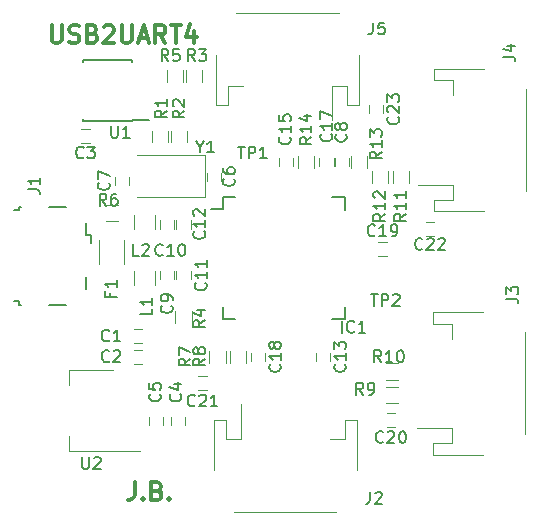
<source format=gbr>
G04 #@! TF.GenerationSoftware,KiCad,Pcbnew,(5.1.0)-1*
G04 #@! TF.CreationDate,2019-04-02T00:44:41+02:00*
G04 #@! TF.ProjectId,USB_UART_Dongle,5553425f-5541-4525-945f-446f6e676c65,rev?*
G04 #@! TF.SameCoordinates,Original*
G04 #@! TF.FileFunction,Legend,Top*
G04 #@! TF.FilePolarity,Positive*
%FSLAX46Y46*%
G04 Gerber Fmt 4.6, Leading zero omitted, Abs format (unit mm)*
G04 Created by KiCad (PCBNEW (5.1.0)-1) date 2019-04-02 00:44:41*
%MOMM*%
%LPD*%
G04 APERTURE LIST*
%ADD10C,0.300000*%
%ADD11C,0.120000*%
%ADD12C,0.150000*%
G04 APERTURE END LIST*
D10*
X126703571Y-76178571D02*
X126703571Y-77392857D01*
X126775000Y-77535714D01*
X126846428Y-77607142D01*
X126989285Y-77678571D01*
X127275000Y-77678571D01*
X127417857Y-77607142D01*
X127489285Y-77535714D01*
X127560714Y-77392857D01*
X127560714Y-76178571D01*
X128203571Y-77607142D02*
X128417857Y-77678571D01*
X128775000Y-77678571D01*
X128917857Y-77607142D01*
X128989285Y-77535714D01*
X129060714Y-77392857D01*
X129060714Y-77250000D01*
X128989285Y-77107142D01*
X128917857Y-77035714D01*
X128775000Y-76964285D01*
X128489285Y-76892857D01*
X128346428Y-76821428D01*
X128275000Y-76750000D01*
X128203571Y-76607142D01*
X128203571Y-76464285D01*
X128275000Y-76321428D01*
X128346428Y-76250000D01*
X128489285Y-76178571D01*
X128846428Y-76178571D01*
X129060714Y-76250000D01*
X130203571Y-76892857D02*
X130417857Y-76964285D01*
X130489285Y-77035714D01*
X130560714Y-77178571D01*
X130560714Y-77392857D01*
X130489285Y-77535714D01*
X130417857Y-77607142D01*
X130275000Y-77678571D01*
X129703571Y-77678571D01*
X129703571Y-76178571D01*
X130203571Y-76178571D01*
X130346428Y-76250000D01*
X130417857Y-76321428D01*
X130489285Y-76464285D01*
X130489285Y-76607142D01*
X130417857Y-76750000D01*
X130346428Y-76821428D01*
X130203571Y-76892857D01*
X129703571Y-76892857D01*
X131132142Y-76321428D02*
X131203571Y-76250000D01*
X131346428Y-76178571D01*
X131703571Y-76178571D01*
X131846428Y-76250000D01*
X131917857Y-76321428D01*
X131989285Y-76464285D01*
X131989285Y-76607142D01*
X131917857Y-76821428D01*
X131060714Y-77678571D01*
X131989285Y-77678571D01*
X132632142Y-76178571D02*
X132632142Y-77392857D01*
X132703571Y-77535714D01*
X132775000Y-77607142D01*
X132917857Y-77678571D01*
X133203571Y-77678571D01*
X133346428Y-77607142D01*
X133417857Y-77535714D01*
X133489285Y-77392857D01*
X133489285Y-76178571D01*
X134132142Y-77250000D02*
X134846428Y-77250000D01*
X133989285Y-77678571D02*
X134489285Y-76178571D01*
X134989285Y-77678571D01*
X136346428Y-77678571D02*
X135846428Y-76964285D01*
X135489285Y-77678571D02*
X135489285Y-76178571D01*
X136060714Y-76178571D01*
X136203571Y-76250000D01*
X136275000Y-76321428D01*
X136346428Y-76464285D01*
X136346428Y-76678571D01*
X136275000Y-76821428D01*
X136203571Y-76892857D01*
X136060714Y-76964285D01*
X135489285Y-76964285D01*
X136775000Y-76178571D02*
X137632142Y-76178571D01*
X137203571Y-77678571D02*
X137203571Y-76178571D01*
X138775000Y-76678571D02*
X138775000Y-77678571D01*
X138417857Y-76107142D02*
X138060714Y-77178571D01*
X138989285Y-77178571D01*
X133725000Y-114878571D02*
X133725000Y-115950000D01*
X133653571Y-116164285D01*
X133510714Y-116307142D01*
X133296428Y-116378571D01*
X133153571Y-116378571D01*
X134439285Y-116235714D02*
X134510714Y-116307142D01*
X134439285Y-116378571D01*
X134367857Y-116307142D01*
X134439285Y-116235714D01*
X134439285Y-116378571D01*
X135653571Y-115592857D02*
X135867857Y-115664285D01*
X135939285Y-115735714D01*
X136010714Y-115878571D01*
X136010714Y-116092857D01*
X135939285Y-116235714D01*
X135867857Y-116307142D01*
X135725000Y-116378571D01*
X135153571Y-116378571D01*
X135153571Y-114878571D01*
X135653571Y-114878571D01*
X135796428Y-114950000D01*
X135867857Y-115021428D01*
X135939285Y-115164285D01*
X135939285Y-115307142D01*
X135867857Y-115450000D01*
X135796428Y-115521428D01*
X135653571Y-115592857D01*
X135153571Y-115592857D01*
X136653571Y-116235714D02*
X136725000Y-116307142D01*
X136653571Y-116378571D01*
X136582142Y-116307142D01*
X136653571Y-116235714D01*
X136653571Y-116378571D01*
D11*
X128140000Y-105390000D02*
X128140000Y-106650000D01*
X128140000Y-112210000D02*
X128140000Y-110950000D01*
X131900000Y-105390000D02*
X128140000Y-105390000D01*
X134150000Y-112210000D02*
X128140000Y-112210000D01*
X147570000Y-88250000D02*
X147570000Y-87250000D01*
X148930000Y-87250000D02*
X148930000Y-88250000D01*
X152070000Y-88250000D02*
X152070000Y-87250000D01*
X153430000Y-87250000D02*
X153430000Y-88250000D01*
X153820000Y-89500000D02*
X153820000Y-88500000D01*
X155180000Y-88500000D02*
X155180000Y-89500000D01*
X155570000Y-89500000D02*
X155570000Y-88500000D01*
X156930000Y-88500000D02*
X156930000Y-89500000D01*
X155000000Y-104820000D02*
X156000000Y-104820000D01*
X156000000Y-106180000D02*
X155000000Y-106180000D01*
X155000000Y-106820000D02*
X156000000Y-106820000D01*
X156000000Y-108180000D02*
X155000000Y-108180000D01*
X143180000Y-103750000D02*
X143180000Y-104750000D01*
X141820000Y-104750000D02*
X141820000Y-103750000D01*
X141430000Y-103750000D02*
X141430000Y-104750000D01*
X140070000Y-104750000D02*
X140070000Y-103750000D01*
D12*
X127900000Y-91550000D02*
X126500000Y-91550000D01*
X124100000Y-91550000D02*
X123950000Y-91550000D01*
X123950000Y-91550000D02*
X123950000Y-91850000D01*
X123950000Y-91850000D02*
X123500000Y-91850000D01*
X123500000Y-99550000D02*
X123950000Y-99550000D01*
X123950000Y-99550000D02*
X123950000Y-99850000D01*
X123950000Y-99850000D02*
X124100000Y-99850000D01*
X126500000Y-99850000D02*
X127900000Y-99850000D01*
X130075000Y-94625000D02*
X130075000Y-93900000D01*
X130075000Y-93900000D02*
X129650000Y-93900000D01*
X129650000Y-93900000D02*
X129650000Y-92900000D01*
X129650000Y-97500000D02*
X129650000Y-98500000D01*
D11*
X139455000Y-80000000D02*
X139455000Y-81000000D01*
X138095000Y-81000000D02*
X138095000Y-80000000D01*
X138475000Y-92700000D02*
X138475000Y-93400000D01*
X137275000Y-93400000D02*
X137275000Y-92700000D01*
X133695000Y-93450000D02*
X133695000Y-92250000D01*
X135455000Y-92250000D02*
X135455000Y-93450000D01*
X133925000Y-90750000D02*
X139675000Y-90750000D01*
X139675000Y-90750000D02*
X139675000Y-87150000D01*
X139675000Y-87150000D02*
X133925000Y-87150000D01*
D12*
X133550000Y-84275000D02*
X133550000Y-84225000D01*
X129400000Y-84275000D02*
X129400000Y-84130000D01*
X129400000Y-79125000D02*
X129400000Y-79270000D01*
X133550000Y-79125000D02*
X133550000Y-79270000D01*
X133550000Y-84275000D02*
X129400000Y-84275000D01*
X133550000Y-79125000D02*
X129400000Y-79125000D01*
X133550000Y-84225000D02*
X134950000Y-84225000D01*
D11*
X135455000Y-96950000D02*
X135455000Y-98150000D01*
X133695000Y-98150000D02*
X133695000Y-96950000D01*
X150450000Y-81325000D02*
X151725000Y-81325000D01*
X151725000Y-81325000D02*
X151725000Y-82925000D01*
X151725000Y-82925000D02*
X152725000Y-82925000D01*
X152725000Y-82925000D02*
X152725000Y-78700000D01*
X140625000Y-78700000D02*
X140625000Y-82925000D01*
X140625000Y-82925000D02*
X141625000Y-82925000D01*
X141625000Y-82925000D02*
X141625000Y-81325000D01*
X141625000Y-81325000D02*
X142900000Y-81325000D01*
X151000000Y-75125000D02*
X142350000Y-75125000D01*
X150450000Y-81325000D02*
X150450000Y-84225000D01*
X160650000Y-89675000D02*
X160650000Y-90950000D01*
X160650000Y-90950000D02*
X159050000Y-90950000D01*
X159050000Y-90950000D02*
X159050000Y-91950000D01*
X159050000Y-91950000D02*
X163275000Y-91950000D01*
X163275000Y-79850000D02*
X159050000Y-79850000D01*
X159050000Y-79850000D02*
X159050000Y-80850000D01*
X159050000Y-80850000D02*
X160650000Y-80850000D01*
X160650000Y-80850000D02*
X160650000Y-82125000D01*
X166850000Y-90225000D02*
X166850000Y-81575000D01*
X160650000Y-89675000D02*
X157750000Y-89675000D01*
X160575000Y-110275000D02*
X160575000Y-111550000D01*
X160575000Y-111550000D02*
X158975000Y-111550000D01*
X158975000Y-111550000D02*
X158975000Y-112550000D01*
X158975000Y-112550000D02*
X163200000Y-112550000D01*
X163200000Y-100450000D02*
X158975000Y-100450000D01*
X158975000Y-100450000D02*
X158975000Y-101450000D01*
X158975000Y-101450000D02*
X160575000Y-101450000D01*
X160575000Y-101450000D02*
X160575000Y-102725000D01*
X166775000Y-110825000D02*
X166775000Y-102175000D01*
X160575000Y-110275000D02*
X157675000Y-110275000D01*
X142725000Y-111175000D02*
X141450000Y-111175000D01*
X141450000Y-111175000D02*
X141450000Y-109575000D01*
X141450000Y-109575000D02*
X140450000Y-109575000D01*
X140450000Y-109575000D02*
X140450000Y-113800000D01*
X152550000Y-113800000D02*
X152550000Y-109575000D01*
X152550000Y-109575000D02*
X151550000Y-109575000D01*
X151550000Y-109575000D02*
X151550000Y-111175000D01*
X151550000Y-111175000D02*
X150275000Y-111175000D01*
X142175000Y-117375000D02*
X150825000Y-117375000D01*
X142725000Y-111175000D02*
X142725000Y-108275000D01*
X131325000Y-91420000D02*
X132325000Y-91420000D01*
X132325000Y-92780000D02*
X131325000Y-92780000D01*
X137855000Y-80000000D02*
X137855000Y-81000000D01*
X136495000Y-81000000D02*
X136495000Y-80000000D01*
X138555000Y-100400000D02*
X138555000Y-101400000D01*
X137195000Y-101400000D02*
X137195000Y-100400000D01*
X138155000Y-85100000D02*
X138155000Y-86100000D01*
X136795000Y-86100000D02*
X136795000Y-85100000D01*
X136555000Y-85100000D02*
X136555000Y-86100000D01*
X135195000Y-86100000D02*
X135195000Y-85100000D01*
D12*
X141200000Y-90725000D02*
X141200000Y-91725000D01*
X151550000Y-90725000D02*
X151550000Y-91800000D01*
X151550000Y-101075000D02*
X151550000Y-100000000D01*
X141200000Y-101075000D02*
X141200000Y-100000000D01*
X141200000Y-90725000D02*
X142275000Y-90725000D01*
X141200000Y-101075000D02*
X142275000Y-101075000D01*
X151550000Y-101075000D02*
X150475000Y-101075000D01*
X151550000Y-90725000D02*
X150475000Y-90725000D01*
X141200000Y-91725000D02*
X140175000Y-91725000D01*
D11*
X132845000Y-94400000D02*
X132845000Y-96400000D01*
X130705000Y-96400000D02*
X130705000Y-94400000D01*
X153575000Y-83650000D02*
X153575000Y-82950000D01*
X154775000Y-82950000D02*
X154775000Y-83650000D01*
X159075000Y-94000000D02*
X158375000Y-94000000D01*
X158375000Y-92800000D02*
X159075000Y-92800000D01*
X139125000Y-105900000D02*
X139825000Y-105900000D01*
X139825000Y-107100000D02*
X139125000Y-107100000D01*
X155075000Y-109000000D02*
X155775000Y-109000000D01*
X155775000Y-110200000D02*
X155075000Y-110200000D01*
X155075000Y-95700000D02*
X154375000Y-95700000D01*
X154375000Y-94500000D02*
X155075000Y-94500000D01*
X143575000Y-104600000D02*
X143575000Y-103900000D01*
X144775000Y-103900000D02*
X144775000Y-104600000D01*
X150575000Y-87400000D02*
X150575000Y-88100000D01*
X149375000Y-88100000D02*
X149375000Y-87400000D01*
X147175000Y-87400000D02*
X147175000Y-88100000D01*
X145975000Y-88100000D02*
X145975000Y-87400000D01*
X149075000Y-104600000D02*
X149075000Y-103900000D01*
X150275000Y-103900000D02*
X150275000Y-104600000D01*
X137275000Y-97700000D02*
X137275000Y-97000000D01*
X138475000Y-97000000D02*
X138475000Y-97700000D01*
X137075000Y-92700000D02*
X137075000Y-93400000D01*
X135875000Y-93400000D02*
X135875000Y-92700000D01*
X135875000Y-97700000D02*
X135875000Y-97000000D01*
X137075000Y-97000000D02*
X137075000Y-97700000D01*
X151875000Y-87400000D02*
X151875000Y-88100000D01*
X150675000Y-88100000D02*
X150675000Y-87400000D01*
X133275000Y-89000000D02*
X133275000Y-89700000D01*
X132075000Y-89700000D02*
X132075000Y-89000000D01*
X141075000Y-88700000D02*
X141075000Y-89400000D01*
X139875000Y-89400000D02*
X139875000Y-88700000D01*
X134975000Y-110025000D02*
X134975000Y-109325000D01*
X136175000Y-109325000D02*
X136175000Y-110025000D01*
X136775000Y-110025000D02*
X136775000Y-109325000D01*
X137975000Y-109325000D02*
X137975000Y-110025000D01*
X129925000Y-86150000D02*
X129225000Y-86150000D01*
X129225000Y-84950000D02*
X129925000Y-84950000D01*
X134400000Y-104900000D02*
X133700000Y-104900000D01*
X133700000Y-103700000D02*
X134400000Y-103700000D01*
X134400000Y-103100000D02*
X133700000Y-103100000D01*
X133700000Y-101900000D02*
X134400000Y-101900000D01*
D12*
X129288095Y-112752380D02*
X129288095Y-113561904D01*
X129335714Y-113657142D01*
X129383333Y-113704761D01*
X129478571Y-113752380D01*
X129669047Y-113752380D01*
X129764285Y-113704761D01*
X129811904Y-113657142D01*
X129859523Y-113561904D01*
X129859523Y-112752380D01*
X130288095Y-112847619D02*
X130335714Y-112800000D01*
X130430952Y-112752380D01*
X130669047Y-112752380D01*
X130764285Y-112800000D01*
X130811904Y-112847619D01*
X130859523Y-112942857D01*
X130859523Y-113038095D01*
X130811904Y-113180952D01*
X130240476Y-113752380D01*
X130859523Y-113752380D01*
X148702380Y-85642857D02*
X148226190Y-85976190D01*
X148702380Y-86214285D02*
X147702380Y-86214285D01*
X147702380Y-85833333D01*
X147750000Y-85738095D01*
X147797619Y-85690476D01*
X147892857Y-85642857D01*
X148035714Y-85642857D01*
X148130952Y-85690476D01*
X148178571Y-85738095D01*
X148226190Y-85833333D01*
X148226190Y-86214285D01*
X148702380Y-84690476D02*
X148702380Y-85261904D01*
X148702380Y-84976190D02*
X147702380Y-84976190D01*
X147845238Y-85071428D01*
X147940476Y-85166666D01*
X147988095Y-85261904D01*
X148035714Y-83833333D02*
X148702380Y-83833333D01*
X147654761Y-84071428D02*
X148369047Y-84309523D01*
X148369047Y-83690476D01*
X154652380Y-86892857D02*
X154176190Y-87226190D01*
X154652380Y-87464285D02*
X153652380Y-87464285D01*
X153652380Y-87083333D01*
X153700000Y-86988095D01*
X153747619Y-86940476D01*
X153842857Y-86892857D01*
X153985714Y-86892857D01*
X154080952Y-86940476D01*
X154128571Y-86988095D01*
X154176190Y-87083333D01*
X154176190Y-87464285D01*
X154652380Y-85940476D02*
X154652380Y-86511904D01*
X154652380Y-86226190D02*
X153652380Y-86226190D01*
X153795238Y-86321428D01*
X153890476Y-86416666D01*
X153938095Y-86511904D01*
X153652380Y-85607142D02*
X153652380Y-84988095D01*
X154033333Y-85321428D01*
X154033333Y-85178571D01*
X154080952Y-85083333D01*
X154128571Y-85035714D01*
X154223809Y-84988095D01*
X154461904Y-84988095D01*
X154557142Y-85035714D01*
X154604761Y-85083333D01*
X154652380Y-85178571D01*
X154652380Y-85464285D01*
X154604761Y-85559523D01*
X154557142Y-85607142D01*
X154952380Y-92142857D02*
X154476190Y-92476190D01*
X154952380Y-92714285D02*
X153952380Y-92714285D01*
X153952380Y-92333333D01*
X154000000Y-92238095D01*
X154047619Y-92190476D01*
X154142857Y-92142857D01*
X154285714Y-92142857D01*
X154380952Y-92190476D01*
X154428571Y-92238095D01*
X154476190Y-92333333D01*
X154476190Y-92714285D01*
X154952380Y-91190476D02*
X154952380Y-91761904D01*
X154952380Y-91476190D02*
X153952380Y-91476190D01*
X154095238Y-91571428D01*
X154190476Y-91666666D01*
X154238095Y-91761904D01*
X154047619Y-90809523D02*
X154000000Y-90761904D01*
X153952380Y-90666666D01*
X153952380Y-90428571D01*
X154000000Y-90333333D01*
X154047619Y-90285714D01*
X154142857Y-90238095D01*
X154238095Y-90238095D01*
X154380952Y-90285714D01*
X154952380Y-90857142D01*
X154952380Y-90238095D01*
X156702380Y-92142857D02*
X156226190Y-92476190D01*
X156702380Y-92714285D02*
X155702380Y-92714285D01*
X155702380Y-92333333D01*
X155750000Y-92238095D01*
X155797619Y-92190476D01*
X155892857Y-92142857D01*
X156035714Y-92142857D01*
X156130952Y-92190476D01*
X156178571Y-92238095D01*
X156226190Y-92333333D01*
X156226190Y-92714285D01*
X156702380Y-91190476D02*
X156702380Y-91761904D01*
X156702380Y-91476190D02*
X155702380Y-91476190D01*
X155845238Y-91571428D01*
X155940476Y-91666666D01*
X155988095Y-91761904D01*
X156702380Y-90238095D02*
X156702380Y-90809523D01*
X156702380Y-90523809D02*
X155702380Y-90523809D01*
X155845238Y-90619047D01*
X155940476Y-90714285D01*
X155988095Y-90809523D01*
X154607142Y-104702380D02*
X154273809Y-104226190D01*
X154035714Y-104702380D02*
X154035714Y-103702380D01*
X154416666Y-103702380D01*
X154511904Y-103750000D01*
X154559523Y-103797619D01*
X154607142Y-103892857D01*
X154607142Y-104035714D01*
X154559523Y-104130952D01*
X154511904Y-104178571D01*
X154416666Y-104226190D01*
X154035714Y-104226190D01*
X155559523Y-104702380D02*
X154988095Y-104702380D01*
X155273809Y-104702380D02*
X155273809Y-103702380D01*
X155178571Y-103845238D01*
X155083333Y-103940476D01*
X154988095Y-103988095D01*
X156178571Y-103702380D02*
X156273809Y-103702380D01*
X156369047Y-103750000D01*
X156416666Y-103797619D01*
X156464285Y-103892857D01*
X156511904Y-104083333D01*
X156511904Y-104321428D01*
X156464285Y-104511904D01*
X156416666Y-104607142D01*
X156369047Y-104654761D01*
X156273809Y-104702380D01*
X156178571Y-104702380D01*
X156083333Y-104654761D01*
X156035714Y-104607142D01*
X155988095Y-104511904D01*
X155940476Y-104321428D01*
X155940476Y-104083333D01*
X155988095Y-103892857D01*
X156035714Y-103797619D01*
X156083333Y-103750000D01*
X156178571Y-103702380D01*
X153083333Y-107452380D02*
X152750000Y-106976190D01*
X152511904Y-107452380D02*
X152511904Y-106452380D01*
X152892857Y-106452380D01*
X152988095Y-106500000D01*
X153035714Y-106547619D01*
X153083333Y-106642857D01*
X153083333Y-106785714D01*
X153035714Y-106880952D01*
X152988095Y-106928571D01*
X152892857Y-106976190D01*
X152511904Y-106976190D01*
X153559523Y-107452380D02*
X153750000Y-107452380D01*
X153845238Y-107404761D01*
X153892857Y-107357142D01*
X153988095Y-107214285D01*
X154035714Y-107023809D01*
X154035714Y-106642857D01*
X153988095Y-106547619D01*
X153940476Y-106500000D01*
X153845238Y-106452380D01*
X153654761Y-106452380D01*
X153559523Y-106500000D01*
X153511904Y-106547619D01*
X153464285Y-106642857D01*
X153464285Y-106880952D01*
X153511904Y-106976190D01*
X153559523Y-107023809D01*
X153654761Y-107071428D01*
X153845238Y-107071428D01*
X153940476Y-107023809D01*
X153988095Y-106976190D01*
X154035714Y-106880952D01*
X139702380Y-104416666D02*
X139226190Y-104750000D01*
X139702380Y-104988095D02*
X138702380Y-104988095D01*
X138702380Y-104607142D01*
X138750000Y-104511904D01*
X138797619Y-104464285D01*
X138892857Y-104416666D01*
X139035714Y-104416666D01*
X139130952Y-104464285D01*
X139178571Y-104511904D01*
X139226190Y-104607142D01*
X139226190Y-104988095D01*
X139130952Y-103845238D02*
X139083333Y-103940476D01*
X139035714Y-103988095D01*
X138940476Y-104035714D01*
X138892857Y-104035714D01*
X138797619Y-103988095D01*
X138750000Y-103940476D01*
X138702380Y-103845238D01*
X138702380Y-103654761D01*
X138750000Y-103559523D01*
X138797619Y-103511904D01*
X138892857Y-103464285D01*
X138940476Y-103464285D01*
X139035714Y-103511904D01*
X139083333Y-103559523D01*
X139130952Y-103654761D01*
X139130952Y-103845238D01*
X139178571Y-103940476D01*
X139226190Y-103988095D01*
X139321428Y-104035714D01*
X139511904Y-104035714D01*
X139607142Y-103988095D01*
X139654761Y-103940476D01*
X139702380Y-103845238D01*
X139702380Y-103654761D01*
X139654761Y-103559523D01*
X139607142Y-103511904D01*
X139511904Y-103464285D01*
X139321428Y-103464285D01*
X139226190Y-103511904D01*
X139178571Y-103559523D01*
X139130952Y-103654761D01*
X138452380Y-104416666D02*
X137976190Y-104750000D01*
X138452380Y-104988095D02*
X137452380Y-104988095D01*
X137452380Y-104607142D01*
X137500000Y-104511904D01*
X137547619Y-104464285D01*
X137642857Y-104416666D01*
X137785714Y-104416666D01*
X137880952Y-104464285D01*
X137928571Y-104511904D01*
X137976190Y-104607142D01*
X137976190Y-104988095D01*
X137452380Y-104083333D02*
X137452380Y-103416666D01*
X138452380Y-103845238D01*
X124702380Y-90083333D02*
X125416666Y-90083333D01*
X125559523Y-90130952D01*
X125654761Y-90226190D01*
X125702380Y-90369047D01*
X125702380Y-90464285D01*
X125702380Y-89083333D02*
X125702380Y-89654761D01*
X125702380Y-89369047D02*
X124702380Y-89369047D01*
X124845238Y-89464285D01*
X124940476Y-89559523D01*
X124988095Y-89654761D01*
X138833333Y-79202380D02*
X138500000Y-78726190D01*
X138261904Y-79202380D02*
X138261904Y-78202380D01*
X138642857Y-78202380D01*
X138738095Y-78250000D01*
X138785714Y-78297619D01*
X138833333Y-78392857D01*
X138833333Y-78535714D01*
X138785714Y-78630952D01*
X138738095Y-78678571D01*
X138642857Y-78726190D01*
X138261904Y-78726190D01*
X139166666Y-78202380D02*
X139785714Y-78202380D01*
X139452380Y-78583333D01*
X139595238Y-78583333D01*
X139690476Y-78630952D01*
X139738095Y-78678571D01*
X139785714Y-78773809D01*
X139785714Y-79011904D01*
X139738095Y-79107142D01*
X139690476Y-79154761D01*
X139595238Y-79202380D01*
X139309523Y-79202380D01*
X139214285Y-79154761D01*
X139166666Y-79107142D01*
X139607142Y-93642857D02*
X139654761Y-93690476D01*
X139702380Y-93833333D01*
X139702380Y-93928571D01*
X139654761Y-94071428D01*
X139559523Y-94166666D01*
X139464285Y-94214285D01*
X139273809Y-94261904D01*
X139130952Y-94261904D01*
X138940476Y-94214285D01*
X138845238Y-94166666D01*
X138750000Y-94071428D01*
X138702380Y-93928571D01*
X138702380Y-93833333D01*
X138750000Y-93690476D01*
X138797619Y-93642857D01*
X139702380Y-92690476D02*
X139702380Y-93261904D01*
X139702380Y-92976190D02*
X138702380Y-92976190D01*
X138845238Y-93071428D01*
X138940476Y-93166666D01*
X138988095Y-93261904D01*
X138797619Y-92309523D02*
X138750000Y-92261904D01*
X138702380Y-92166666D01*
X138702380Y-91928571D01*
X138750000Y-91833333D01*
X138797619Y-91785714D01*
X138892857Y-91738095D01*
X138988095Y-91738095D01*
X139130952Y-91785714D01*
X139702380Y-92357142D01*
X139702380Y-91738095D01*
X134083333Y-95702380D02*
X133607142Y-95702380D01*
X133607142Y-94702380D01*
X134369047Y-94797619D02*
X134416666Y-94750000D01*
X134511904Y-94702380D01*
X134750000Y-94702380D01*
X134845238Y-94750000D01*
X134892857Y-94797619D01*
X134940476Y-94892857D01*
X134940476Y-94988095D01*
X134892857Y-95130952D01*
X134321428Y-95702380D01*
X134940476Y-95702380D01*
X139273809Y-86476190D02*
X139273809Y-86952380D01*
X138940476Y-85952380D02*
X139273809Y-86476190D01*
X139607142Y-85952380D01*
X140464285Y-86952380D02*
X139892857Y-86952380D01*
X140178571Y-86952380D02*
X140178571Y-85952380D01*
X140083333Y-86095238D01*
X139988095Y-86190476D01*
X139892857Y-86238095D01*
X131738095Y-84702380D02*
X131738095Y-85511904D01*
X131785714Y-85607142D01*
X131833333Y-85654761D01*
X131928571Y-85702380D01*
X132119047Y-85702380D01*
X132214285Y-85654761D01*
X132261904Y-85607142D01*
X132309523Y-85511904D01*
X132309523Y-84702380D01*
X133309523Y-85702380D02*
X132738095Y-85702380D01*
X133023809Y-85702380D02*
X133023809Y-84702380D01*
X132928571Y-84845238D01*
X132833333Y-84940476D01*
X132738095Y-84988095D01*
X153738095Y-98952380D02*
X154309523Y-98952380D01*
X154023809Y-99952380D02*
X154023809Y-98952380D01*
X154642857Y-99952380D02*
X154642857Y-98952380D01*
X155023809Y-98952380D01*
X155119047Y-99000000D01*
X155166666Y-99047619D01*
X155214285Y-99142857D01*
X155214285Y-99285714D01*
X155166666Y-99380952D01*
X155119047Y-99428571D01*
X155023809Y-99476190D01*
X154642857Y-99476190D01*
X155595238Y-99047619D02*
X155642857Y-99000000D01*
X155738095Y-98952380D01*
X155976190Y-98952380D01*
X156071428Y-99000000D01*
X156119047Y-99047619D01*
X156166666Y-99142857D01*
X156166666Y-99238095D01*
X156119047Y-99380952D01*
X155547619Y-99952380D01*
X156166666Y-99952380D01*
X142488095Y-86452380D02*
X143059523Y-86452380D01*
X142773809Y-87452380D02*
X142773809Y-86452380D01*
X143392857Y-87452380D02*
X143392857Y-86452380D01*
X143773809Y-86452380D01*
X143869047Y-86500000D01*
X143916666Y-86547619D01*
X143964285Y-86642857D01*
X143964285Y-86785714D01*
X143916666Y-86880952D01*
X143869047Y-86928571D01*
X143773809Y-86976190D01*
X143392857Y-86976190D01*
X144916666Y-87452380D02*
X144345238Y-87452380D01*
X144630952Y-87452380D02*
X144630952Y-86452380D01*
X144535714Y-86595238D01*
X144440476Y-86690476D01*
X144345238Y-86738095D01*
X135202380Y-100166666D02*
X135202380Y-100642857D01*
X134202380Y-100642857D01*
X135202380Y-99309523D02*
X135202380Y-99880952D01*
X135202380Y-99595238D02*
X134202380Y-99595238D01*
X134345238Y-99690476D01*
X134440476Y-99785714D01*
X134488095Y-99880952D01*
X153916666Y-75952380D02*
X153916666Y-76666666D01*
X153869047Y-76809523D01*
X153773809Y-76904761D01*
X153630952Y-76952380D01*
X153535714Y-76952380D01*
X154869047Y-75952380D02*
X154392857Y-75952380D01*
X154345238Y-76428571D01*
X154392857Y-76380952D01*
X154488095Y-76333333D01*
X154726190Y-76333333D01*
X154821428Y-76380952D01*
X154869047Y-76428571D01*
X154916666Y-76523809D01*
X154916666Y-76761904D01*
X154869047Y-76857142D01*
X154821428Y-76904761D01*
X154726190Y-76952380D01*
X154488095Y-76952380D01*
X154392857Y-76904761D01*
X154345238Y-76857142D01*
X164952380Y-78833333D02*
X165666666Y-78833333D01*
X165809523Y-78880952D01*
X165904761Y-78976190D01*
X165952380Y-79119047D01*
X165952380Y-79214285D01*
X165285714Y-77928571D02*
X165952380Y-77928571D01*
X164904761Y-78166666D02*
X165619047Y-78404761D01*
X165619047Y-77785714D01*
X165202380Y-99333333D02*
X165916666Y-99333333D01*
X166059523Y-99380952D01*
X166154761Y-99476190D01*
X166202380Y-99619047D01*
X166202380Y-99714285D01*
X165202380Y-98952380D02*
X165202380Y-98333333D01*
X165583333Y-98666666D01*
X165583333Y-98523809D01*
X165630952Y-98428571D01*
X165678571Y-98380952D01*
X165773809Y-98333333D01*
X166011904Y-98333333D01*
X166107142Y-98380952D01*
X166154761Y-98428571D01*
X166202380Y-98523809D01*
X166202380Y-98809523D01*
X166154761Y-98904761D01*
X166107142Y-98952380D01*
X153666666Y-115702380D02*
X153666666Y-116416666D01*
X153619047Y-116559523D01*
X153523809Y-116654761D01*
X153380952Y-116702380D01*
X153285714Y-116702380D01*
X154095238Y-115797619D02*
X154142857Y-115750000D01*
X154238095Y-115702380D01*
X154476190Y-115702380D01*
X154571428Y-115750000D01*
X154619047Y-115797619D01*
X154666666Y-115892857D01*
X154666666Y-115988095D01*
X154619047Y-116130952D01*
X154047619Y-116702380D01*
X154666666Y-116702380D01*
X131333333Y-91452380D02*
X131000000Y-90976190D01*
X130761904Y-91452380D02*
X130761904Y-90452380D01*
X131142857Y-90452380D01*
X131238095Y-90500000D01*
X131285714Y-90547619D01*
X131333333Y-90642857D01*
X131333333Y-90785714D01*
X131285714Y-90880952D01*
X131238095Y-90928571D01*
X131142857Y-90976190D01*
X130761904Y-90976190D01*
X132190476Y-90452380D02*
X132000000Y-90452380D01*
X131904761Y-90500000D01*
X131857142Y-90547619D01*
X131761904Y-90690476D01*
X131714285Y-90880952D01*
X131714285Y-91261904D01*
X131761904Y-91357142D01*
X131809523Y-91404761D01*
X131904761Y-91452380D01*
X132095238Y-91452380D01*
X132190476Y-91404761D01*
X132238095Y-91357142D01*
X132285714Y-91261904D01*
X132285714Y-91023809D01*
X132238095Y-90928571D01*
X132190476Y-90880952D01*
X132095238Y-90833333D01*
X131904761Y-90833333D01*
X131809523Y-90880952D01*
X131761904Y-90928571D01*
X131714285Y-91023809D01*
X136583333Y-79202380D02*
X136250000Y-78726190D01*
X136011904Y-79202380D02*
X136011904Y-78202380D01*
X136392857Y-78202380D01*
X136488095Y-78250000D01*
X136535714Y-78297619D01*
X136583333Y-78392857D01*
X136583333Y-78535714D01*
X136535714Y-78630952D01*
X136488095Y-78678571D01*
X136392857Y-78726190D01*
X136011904Y-78726190D01*
X137488095Y-78202380D02*
X137011904Y-78202380D01*
X136964285Y-78678571D01*
X137011904Y-78630952D01*
X137107142Y-78583333D01*
X137345238Y-78583333D01*
X137440476Y-78630952D01*
X137488095Y-78678571D01*
X137535714Y-78773809D01*
X137535714Y-79011904D01*
X137488095Y-79107142D01*
X137440476Y-79154761D01*
X137345238Y-79202380D01*
X137107142Y-79202380D01*
X137011904Y-79154761D01*
X136964285Y-79107142D01*
X139702380Y-101166666D02*
X139226190Y-101500000D01*
X139702380Y-101738095D02*
X138702380Y-101738095D01*
X138702380Y-101357142D01*
X138750000Y-101261904D01*
X138797619Y-101214285D01*
X138892857Y-101166666D01*
X139035714Y-101166666D01*
X139130952Y-101214285D01*
X139178571Y-101261904D01*
X139226190Y-101357142D01*
X139226190Y-101738095D01*
X139035714Y-100309523D02*
X139702380Y-100309523D01*
X138654761Y-100547619D02*
X139369047Y-100785714D01*
X139369047Y-100166666D01*
X137952380Y-83416666D02*
X137476190Y-83750000D01*
X137952380Y-83988095D02*
X136952380Y-83988095D01*
X136952380Y-83607142D01*
X137000000Y-83511904D01*
X137047619Y-83464285D01*
X137142857Y-83416666D01*
X137285714Y-83416666D01*
X137380952Y-83464285D01*
X137428571Y-83511904D01*
X137476190Y-83607142D01*
X137476190Y-83988095D01*
X137047619Y-83035714D02*
X137000000Y-82988095D01*
X136952380Y-82892857D01*
X136952380Y-82654761D01*
X137000000Y-82559523D01*
X137047619Y-82511904D01*
X137142857Y-82464285D01*
X137238095Y-82464285D01*
X137380952Y-82511904D01*
X137952380Y-83083333D01*
X137952380Y-82464285D01*
X136452380Y-83416666D02*
X135976190Y-83750000D01*
X136452380Y-83988095D02*
X135452380Y-83988095D01*
X135452380Y-83607142D01*
X135500000Y-83511904D01*
X135547619Y-83464285D01*
X135642857Y-83416666D01*
X135785714Y-83416666D01*
X135880952Y-83464285D01*
X135928571Y-83511904D01*
X135976190Y-83607142D01*
X135976190Y-83988095D01*
X136452380Y-82464285D02*
X136452380Y-83035714D01*
X136452380Y-82750000D02*
X135452380Y-82750000D01*
X135595238Y-82845238D01*
X135690476Y-82940476D01*
X135738095Y-83035714D01*
X151273809Y-102202380D02*
X151273809Y-101202380D01*
X152321428Y-102107142D02*
X152273809Y-102154761D01*
X152130952Y-102202380D01*
X152035714Y-102202380D01*
X151892857Y-102154761D01*
X151797619Y-102059523D01*
X151750000Y-101964285D01*
X151702380Y-101773809D01*
X151702380Y-101630952D01*
X151750000Y-101440476D01*
X151797619Y-101345238D01*
X151892857Y-101250000D01*
X152035714Y-101202380D01*
X152130952Y-101202380D01*
X152273809Y-101250000D01*
X152321428Y-101297619D01*
X153273809Y-102202380D02*
X152702380Y-102202380D01*
X152988095Y-102202380D02*
X152988095Y-101202380D01*
X152892857Y-101345238D01*
X152797619Y-101440476D01*
X152702380Y-101488095D01*
X131678571Y-98833333D02*
X131678571Y-99166666D01*
X132202380Y-99166666D02*
X131202380Y-99166666D01*
X131202380Y-98690476D01*
X132202380Y-97785714D02*
X132202380Y-98357142D01*
X132202380Y-98071428D02*
X131202380Y-98071428D01*
X131345238Y-98166666D01*
X131440476Y-98261904D01*
X131488095Y-98357142D01*
X156032142Y-83942857D02*
X156079761Y-83990476D01*
X156127380Y-84133333D01*
X156127380Y-84228571D01*
X156079761Y-84371428D01*
X155984523Y-84466666D01*
X155889285Y-84514285D01*
X155698809Y-84561904D01*
X155555952Y-84561904D01*
X155365476Y-84514285D01*
X155270238Y-84466666D01*
X155175000Y-84371428D01*
X155127380Y-84228571D01*
X155127380Y-84133333D01*
X155175000Y-83990476D01*
X155222619Y-83942857D01*
X155222619Y-83561904D02*
X155175000Y-83514285D01*
X155127380Y-83419047D01*
X155127380Y-83180952D01*
X155175000Y-83085714D01*
X155222619Y-83038095D01*
X155317857Y-82990476D01*
X155413095Y-82990476D01*
X155555952Y-83038095D01*
X156127380Y-83609523D01*
X156127380Y-82990476D01*
X155127380Y-82657142D02*
X155127380Y-82038095D01*
X155508333Y-82371428D01*
X155508333Y-82228571D01*
X155555952Y-82133333D01*
X155603571Y-82085714D01*
X155698809Y-82038095D01*
X155936904Y-82038095D01*
X156032142Y-82085714D01*
X156079761Y-82133333D01*
X156127380Y-82228571D01*
X156127380Y-82514285D01*
X156079761Y-82609523D01*
X156032142Y-82657142D01*
X158107142Y-95107142D02*
X158059523Y-95154761D01*
X157916666Y-95202380D01*
X157821428Y-95202380D01*
X157678571Y-95154761D01*
X157583333Y-95059523D01*
X157535714Y-94964285D01*
X157488095Y-94773809D01*
X157488095Y-94630952D01*
X157535714Y-94440476D01*
X157583333Y-94345238D01*
X157678571Y-94250000D01*
X157821428Y-94202380D01*
X157916666Y-94202380D01*
X158059523Y-94250000D01*
X158107142Y-94297619D01*
X158488095Y-94297619D02*
X158535714Y-94250000D01*
X158630952Y-94202380D01*
X158869047Y-94202380D01*
X158964285Y-94250000D01*
X159011904Y-94297619D01*
X159059523Y-94392857D01*
X159059523Y-94488095D01*
X159011904Y-94630952D01*
X158440476Y-95202380D01*
X159059523Y-95202380D01*
X159440476Y-94297619D02*
X159488095Y-94250000D01*
X159583333Y-94202380D01*
X159821428Y-94202380D01*
X159916666Y-94250000D01*
X159964285Y-94297619D01*
X160011904Y-94392857D01*
X160011904Y-94488095D01*
X159964285Y-94630952D01*
X159392857Y-95202380D01*
X160011904Y-95202380D01*
X138832142Y-108357142D02*
X138784523Y-108404761D01*
X138641666Y-108452380D01*
X138546428Y-108452380D01*
X138403571Y-108404761D01*
X138308333Y-108309523D01*
X138260714Y-108214285D01*
X138213095Y-108023809D01*
X138213095Y-107880952D01*
X138260714Y-107690476D01*
X138308333Y-107595238D01*
X138403571Y-107500000D01*
X138546428Y-107452380D01*
X138641666Y-107452380D01*
X138784523Y-107500000D01*
X138832142Y-107547619D01*
X139213095Y-107547619D02*
X139260714Y-107500000D01*
X139355952Y-107452380D01*
X139594047Y-107452380D01*
X139689285Y-107500000D01*
X139736904Y-107547619D01*
X139784523Y-107642857D01*
X139784523Y-107738095D01*
X139736904Y-107880952D01*
X139165476Y-108452380D01*
X139784523Y-108452380D01*
X140736904Y-108452380D02*
X140165476Y-108452380D01*
X140451190Y-108452380D02*
X140451190Y-107452380D01*
X140355952Y-107595238D01*
X140260714Y-107690476D01*
X140165476Y-107738095D01*
X154782142Y-111457142D02*
X154734523Y-111504761D01*
X154591666Y-111552380D01*
X154496428Y-111552380D01*
X154353571Y-111504761D01*
X154258333Y-111409523D01*
X154210714Y-111314285D01*
X154163095Y-111123809D01*
X154163095Y-110980952D01*
X154210714Y-110790476D01*
X154258333Y-110695238D01*
X154353571Y-110600000D01*
X154496428Y-110552380D01*
X154591666Y-110552380D01*
X154734523Y-110600000D01*
X154782142Y-110647619D01*
X155163095Y-110647619D02*
X155210714Y-110600000D01*
X155305952Y-110552380D01*
X155544047Y-110552380D01*
X155639285Y-110600000D01*
X155686904Y-110647619D01*
X155734523Y-110742857D01*
X155734523Y-110838095D01*
X155686904Y-110980952D01*
X155115476Y-111552380D01*
X155734523Y-111552380D01*
X156353571Y-110552380D02*
X156448809Y-110552380D01*
X156544047Y-110600000D01*
X156591666Y-110647619D01*
X156639285Y-110742857D01*
X156686904Y-110933333D01*
X156686904Y-111171428D01*
X156639285Y-111361904D01*
X156591666Y-111457142D01*
X156544047Y-111504761D01*
X156448809Y-111552380D01*
X156353571Y-111552380D01*
X156258333Y-111504761D01*
X156210714Y-111457142D01*
X156163095Y-111361904D01*
X156115476Y-111171428D01*
X156115476Y-110933333D01*
X156163095Y-110742857D01*
X156210714Y-110647619D01*
X156258333Y-110600000D01*
X156353571Y-110552380D01*
X154082142Y-93957142D02*
X154034523Y-94004761D01*
X153891666Y-94052380D01*
X153796428Y-94052380D01*
X153653571Y-94004761D01*
X153558333Y-93909523D01*
X153510714Y-93814285D01*
X153463095Y-93623809D01*
X153463095Y-93480952D01*
X153510714Y-93290476D01*
X153558333Y-93195238D01*
X153653571Y-93100000D01*
X153796428Y-93052380D01*
X153891666Y-93052380D01*
X154034523Y-93100000D01*
X154082142Y-93147619D01*
X155034523Y-94052380D02*
X154463095Y-94052380D01*
X154748809Y-94052380D02*
X154748809Y-93052380D01*
X154653571Y-93195238D01*
X154558333Y-93290476D01*
X154463095Y-93338095D01*
X155510714Y-94052380D02*
X155701190Y-94052380D01*
X155796428Y-94004761D01*
X155844047Y-93957142D01*
X155939285Y-93814285D01*
X155986904Y-93623809D01*
X155986904Y-93242857D01*
X155939285Y-93147619D01*
X155891666Y-93100000D01*
X155796428Y-93052380D01*
X155605952Y-93052380D01*
X155510714Y-93100000D01*
X155463095Y-93147619D01*
X155415476Y-93242857D01*
X155415476Y-93480952D01*
X155463095Y-93576190D01*
X155510714Y-93623809D01*
X155605952Y-93671428D01*
X155796428Y-93671428D01*
X155891666Y-93623809D01*
X155939285Y-93576190D01*
X155986904Y-93480952D01*
X146032142Y-104892857D02*
X146079761Y-104940476D01*
X146127380Y-105083333D01*
X146127380Y-105178571D01*
X146079761Y-105321428D01*
X145984523Y-105416666D01*
X145889285Y-105464285D01*
X145698809Y-105511904D01*
X145555952Y-105511904D01*
X145365476Y-105464285D01*
X145270238Y-105416666D01*
X145175000Y-105321428D01*
X145127380Y-105178571D01*
X145127380Y-105083333D01*
X145175000Y-104940476D01*
X145222619Y-104892857D01*
X146127380Y-103940476D02*
X146127380Y-104511904D01*
X146127380Y-104226190D02*
X145127380Y-104226190D01*
X145270238Y-104321428D01*
X145365476Y-104416666D01*
X145413095Y-104511904D01*
X145555952Y-103369047D02*
X145508333Y-103464285D01*
X145460714Y-103511904D01*
X145365476Y-103559523D01*
X145317857Y-103559523D01*
X145222619Y-103511904D01*
X145175000Y-103464285D01*
X145127380Y-103369047D01*
X145127380Y-103178571D01*
X145175000Y-103083333D01*
X145222619Y-103035714D01*
X145317857Y-102988095D01*
X145365476Y-102988095D01*
X145460714Y-103035714D01*
X145508333Y-103083333D01*
X145555952Y-103178571D01*
X145555952Y-103369047D01*
X145603571Y-103464285D01*
X145651190Y-103511904D01*
X145746428Y-103559523D01*
X145936904Y-103559523D01*
X146032142Y-103511904D01*
X146079761Y-103464285D01*
X146127380Y-103369047D01*
X146127380Y-103178571D01*
X146079761Y-103083333D01*
X146032142Y-103035714D01*
X145936904Y-102988095D01*
X145746428Y-102988095D01*
X145651190Y-103035714D01*
X145603571Y-103083333D01*
X145555952Y-103178571D01*
X150357142Y-85392857D02*
X150404761Y-85440476D01*
X150452380Y-85583333D01*
X150452380Y-85678571D01*
X150404761Y-85821428D01*
X150309523Y-85916666D01*
X150214285Y-85964285D01*
X150023809Y-86011904D01*
X149880952Y-86011904D01*
X149690476Y-85964285D01*
X149595238Y-85916666D01*
X149500000Y-85821428D01*
X149452380Y-85678571D01*
X149452380Y-85583333D01*
X149500000Y-85440476D01*
X149547619Y-85392857D01*
X150452380Y-84440476D02*
X150452380Y-85011904D01*
X150452380Y-84726190D02*
X149452380Y-84726190D01*
X149595238Y-84821428D01*
X149690476Y-84916666D01*
X149738095Y-85011904D01*
X149452380Y-84107142D02*
X149452380Y-83440476D01*
X150452380Y-83869047D01*
X146857142Y-85642857D02*
X146904761Y-85690476D01*
X146952380Y-85833333D01*
X146952380Y-85928571D01*
X146904761Y-86071428D01*
X146809523Y-86166666D01*
X146714285Y-86214285D01*
X146523809Y-86261904D01*
X146380952Y-86261904D01*
X146190476Y-86214285D01*
X146095238Y-86166666D01*
X146000000Y-86071428D01*
X145952380Y-85928571D01*
X145952380Y-85833333D01*
X146000000Y-85690476D01*
X146047619Y-85642857D01*
X146952380Y-84690476D02*
X146952380Y-85261904D01*
X146952380Y-84976190D02*
X145952380Y-84976190D01*
X146095238Y-85071428D01*
X146190476Y-85166666D01*
X146238095Y-85261904D01*
X145952380Y-83785714D02*
X145952380Y-84261904D01*
X146428571Y-84309523D01*
X146380952Y-84261904D01*
X146333333Y-84166666D01*
X146333333Y-83928571D01*
X146380952Y-83833333D01*
X146428571Y-83785714D01*
X146523809Y-83738095D01*
X146761904Y-83738095D01*
X146857142Y-83785714D01*
X146904761Y-83833333D01*
X146952380Y-83928571D01*
X146952380Y-84166666D01*
X146904761Y-84261904D01*
X146857142Y-84309523D01*
X151532142Y-104892857D02*
X151579761Y-104940476D01*
X151627380Y-105083333D01*
X151627380Y-105178571D01*
X151579761Y-105321428D01*
X151484523Y-105416666D01*
X151389285Y-105464285D01*
X151198809Y-105511904D01*
X151055952Y-105511904D01*
X150865476Y-105464285D01*
X150770238Y-105416666D01*
X150675000Y-105321428D01*
X150627380Y-105178571D01*
X150627380Y-105083333D01*
X150675000Y-104940476D01*
X150722619Y-104892857D01*
X151627380Y-103940476D02*
X151627380Y-104511904D01*
X151627380Y-104226190D02*
X150627380Y-104226190D01*
X150770238Y-104321428D01*
X150865476Y-104416666D01*
X150913095Y-104511904D01*
X150627380Y-103607142D02*
X150627380Y-102988095D01*
X151008333Y-103321428D01*
X151008333Y-103178571D01*
X151055952Y-103083333D01*
X151103571Y-103035714D01*
X151198809Y-102988095D01*
X151436904Y-102988095D01*
X151532142Y-103035714D01*
X151579761Y-103083333D01*
X151627380Y-103178571D01*
X151627380Y-103464285D01*
X151579761Y-103559523D01*
X151532142Y-103607142D01*
X139732142Y-97992857D02*
X139779761Y-98040476D01*
X139827380Y-98183333D01*
X139827380Y-98278571D01*
X139779761Y-98421428D01*
X139684523Y-98516666D01*
X139589285Y-98564285D01*
X139398809Y-98611904D01*
X139255952Y-98611904D01*
X139065476Y-98564285D01*
X138970238Y-98516666D01*
X138875000Y-98421428D01*
X138827380Y-98278571D01*
X138827380Y-98183333D01*
X138875000Y-98040476D01*
X138922619Y-97992857D01*
X139827380Y-97040476D02*
X139827380Y-97611904D01*
X139827380Y-97326190D02*
X138827380Y-97326190D01*
X138970238Y-97421428D01*
X139065476Y-97516666D01*
X139113095Y-97611904D01*
X139827380Y-96088095D02*
X139827380Y-96659523D01*
X139827380Y-96373809D02*
X138827380Y-96373809D01*
X138970238Y-96469047D01*
X139065476Y-96564285D01*
X139113095Y-96659523D01*
X136107142Y-95607142D02*
X136059523Y-95654761D01*
X135916666Y-95702380D01*
X135821428Y-95702380D01*
X135678571Y-95654761D01*
X135583333Y-95559523D01*
X135535714Y-95464285D01*
X135488095Y-95273809D01*
X135488095Y-95130952D01*
X135535714Y-94940476D01*
X135583333Y-94845238D01*
X135678571Y-94750000D01*
X135821428Y-94702380D01*
X135916666Y-94702380D01*
X136059523Y-94750000D01*
X136107142Y-94797619D01*
X137059523Y-95702380D02*
X136488095Y-95702380D01*
X136773809Y-95702380D02*
X136773809Y-94702380D01*
X136678571Y-94845238D01*
X136583333Y-94940476D01*
X136488095Y-94988095D01*
X137678571Y-94702380D02*
X137773809Y-94702380D01*
X137869047Y-94750000D01*
X137916666Y-94797619D01*
X137964285Y-94892857D01*
X138011904Y-95083333D01*
X138011904Y-95321428D01*
X137964285Y-95511904D01*
X137916666Y-95607142D01*
X137869047Y-95654761D01*
X137773809Y-95702380D01*
X137678571Y-95702380D01*
X137583333Y-95654761D01*
X137535714Y-95607142D01*
X137488095Y-95511904D01*
X137440476Y-95321428D01*
X137440476Y-95083333D01*
X137488095Y-94892857D01*
X137535714Y-94797619D01*
X137583333Y-94750000D01*
X137678571Y-94702380D01*
X136857142Y-99916666D02*
X136904761Y-99964285D01*
X136952380Y-100107142D01*
X136952380Y-100202380D01*
X136904761Y-100345238D01*
X136809523Y-100440476D01*
X136714285Y-100488095D01*
X136523809Y-100535714D01*
X136380952Y-100535714D01*
X136190476Y-100488095D01*
X136095238Y-100440476D01*
X136000000Y-100345238D01*
X135952380Y-100202380D01*
X135952380Y-100107142D01*
X136000000Y-99964285D01*
X136047619Y-99916666D01*
X136952380Y-99440476D02*
X136952380Y-99250000D01*
X136904761Y-99154761D01*
X136857142Y-99107142D01*
X136714285Y-99011904D01*
X136523809Y-98964285D01*
X136142857Y-98964285D01*
X136047619Y-99011904D01*
X136000000Y-99059523D01*
X135952380Y-99154761D01*
X135952380Y-99345238D01*
X136000000Y-99440476D01*
X136047619Y-99488095D01*
X136142857Y-99535714D01*
X136380952Y-99535714D01*
X136476190Y-99488095D01*
X136523809Y-99440476D01*
X136571428Y-99345238D01*
X136571428Y-99154761D01*
X136523809Y-99059523D01*
X136476190Y-99011904D01*
X136380952Y-98964285D01*
X151607142Y-85416666D02*
X151654761Y-85464285D01*
X151702380Y-85607142D01*
X151702380Y-85702380D01*
X151654761Y-85845238D01*
X151559523Y-85940476D01*
X151464285Y-85988095D01*
X151273809Y-86035714D01*
X151130952Y-86035714D01*
X150940476Y-85988095D01*
X150845238Y-85940476D01*
X150750000Y-85845238D01*
X150702380Y-85702380D01*
X150702380Y-85607142D01*
X150750000Y-85464285D01*
X150797619Y-85416666D01*
X151130952Y-84845238D02*
X151083333Y-84940476D01*
X151035714Y-84988095D01*
X150940476Y-85035714D01*
X150892857Y-85035714D01*
X150797619Y-84988095D01*
X150750000Y-84940476D01*
X150702380Y-84845238D01*
X150702380Y-84654761D01*
X150750000Y-84559523D01*
X150797619Y-84511904D01*
X150892857Y-84464285D01*
X150940476Y-84464285D01*
X151035714Y-84511904D01*
X151083333Y-84559523D01*
X151130952Y-84654761D01*
X151130952Y-84845238D01*
X151178571Y-84940476D01*
X151226190Y-84988095D01*
X151321428Y-85035714D01*
X151511904Y-85035714D01*
X151607142Y-84988095D01*
X151654761Y-84940476D01*
X151702380Y-84845238D01*
X151702380Y-84654761D01*
X151654761Y-84559523D01*
X151607142Y-84511904D01*
X151511904Y-84464285D01*
X151321428Y-84464285D01*
X151226190Y-84511904D01*
X151178571Y-84559523D01*
X151130952Y-84654761D01*
X131532142Y-89516666D02*
X131579761Y-89564285D01*
X131627380Y-89707142D01*
X131627380Y-89802380D01*
X131579761Y-89945238D01*
X131484523Y-90040476D01*
X131389285Y-90088095D01*
X131198809Y-90135714D01*
X131055952Y-90135714D01*
X130865476Y-90088095D01*
X130770238Y-90040476D01*
X130675000Y-89945238D01*
X130627380Y-89802380D01*
X130627380Y-89707142D01*
X130675000Y-89564285D01*
X130722619Y-89516666D01*
X130627380Y-89183333D02*
X130627380Y-88516666D01*
X131627380Y-88945238D01*
X142107142Y-89166666D02*
X142154761Y-89214285D01*
X142202380Y-89357142D01*
X142202380Y-89452380D01*
X142154761Y-89595238D01*
X142059523Y-89690476D01*
X141964285Y-89738095D01*
X141773809Y-89785714D01*
X141630952Y-89785714D01*
X141440476Y-89738095D01*
X141345238Y-89690476D01*
X141250000Y-89595238D01*
X141202380Y-89452380D01*
X141202380Y-89357142D01*
X141250000Y-89214285D01*
X141297619Y-89166666D01*
X141202380Y-88309523D02*
X141202380Y-88500000D01*
X141250000Y-88595238D01*
X141297619Y-88642857D01*
X141440476Y-88738095D01*
X141630952Y-88785714D01*
X142011904Y-88785714D01*
X142107142Y-88738095D01*
X142154761Y-88690476D01*
X142202380Y-88595238D01*
X142202380Y-88404761D01*
X142154761Y-88309523D01*
X142107142Y-88261904D01*
X142011904Y-88214285D01*
X141773809Y-88214285D01*
X141678571Y-88261904D01*
X141630952Y-88309523D01*
X141583333Y-88404761D01*
X141583333Y-88595238D01*
X141630952Y-88690476D01*
X141678571Y-88738095D01*
X141773809Y-88785714D01*
X135857142Y-107416666D02*
X135904761Y-107464285D01*
X135952380Y-107607142D01*
X135952380Y-107702380D01*
X135904761Y-107845238D01*
X135809523Y-107940476D01*
X135714285Y-107988095D01*
X135523809Y-108035714D01*
X135380952Y-108035714D01*
X135190476Y-107988095D01*
X135095238Y-107940476D01*
X135000000Y-107845238D01*
X134952380Y-107702380D01*
X134952380Y-107607142D01*
X135000000Y-107464285D01*
X135047619Y-107416666D01*
X134952380Y-106511904D02*
X134952380Y-106988095D01*
X135428571Y-107035714D01*
X135380952Y-106988095D01*
X135333333Y-106892857D01*
X135333333Y-106654761D01*
X135380952Y-106559523D01*
X135428571Y-106511904D01*
X135523809Y-106464285D01*
X135761904Y-106464285D01*
X135857142Y-106511904D01*
X135904761Y-106559523D01*
X135952380Y-106654761D01*
X135952380Y-106892857D01*
X135904761Y-106988095D01*
X135857142Y-107035714D01*
X137607142Y-107416666D02*
X137654761Y-107464285D01*
X137702380Y-107607142D01*
X137702380Y-107702380D01*
X137654761Y-107845238D01*
X137559523Y-107940476D01*
X137464285Y-107988095D01*
X137273809Y-108035714D01*
X137130952Y-108035714D01*
X136940476Y-107988095D01*
X136845238Y-107940476D01*
X136750000Y-107845238D01*
X136702380Y-107702380D01*
X136702380Y-107607142D01*
X136750000Y-107464285D01*
X136797619Y-107416666D01*
X137035714Y-106559523D02*
X137702380Y-106559523D01*
X136654761Y-106797619D02*
X137369047Y-107035714D01*
X137369047Y-106416666D01*
X129408333Y-87357142D02*
X129360714Y-87404761D01*
X129217857Y-87452380D01*
X129122619Y-87452380D01*
X128979761Y-87404761D01*
X128884523Y-87309523D01*
X128836904Y-87214285D01*
X128789285Y-87023809D01*
X128789285Y-86880952D01*
X128836904Y-86690476D01*
X128884523Y-86595238D01*
X128979761Y-86500000D01*
X129122619Y-86452380D01*
X129217857Y-86452380D01*
X129360714Y-86500000D01*
X129408333Y-86547619D01*
X129741666Y-86452380D02*
X130360714Y-86452380D01*
X130027380Y-86833333D01*
X130170238Y-86833333D01*
X130265476Y-86880952D01*
X130313095Y-86928571D01*
X130360714Y-87023809D01*
X130360714Y-87261904D01*
X130313095Y-87357142D01*
X130265476Y-87404761D01*
X130170238Y-87452380D01*
X129884523Y-87452380D01*
X129789285Y-87404761D01*
X129741666Y-87357142D01*
X131583333Y-104607142D02*
X131535714Y-104654761D01*
X131392857Y-104702380D01*
X131297619Y-104702380D01*
X131154761Y-104654761D01*
X131059523Y-104559523D01*
X131011904Y-104464285D01*
X130964285Y-104273809D01*
X130964285Y-104130952D01*
X131011904Y-103940476D01*
X131059523Y-103845238D01*
X131154761Y-103750000D01*
X131297619Y-103702380D01*
X131392857Y-103702380D01*
X131535714Y-103750000D01*
X131583333Y-103797619D01*
X131964285Y-103797619D02*
X132011904Y-103750000D01*
X132107142Y-103702380D01*
X132345238Y-103702380D01*
X132440476Y-103750000D01*
X132488095Y-103797619D01*
X132535714Y-103892857D01*
X132535714Y-103988095D01*
X132488095Y-104130952D01*
X131916666Y-104702380D01*
X132535714Y-104702380D01*
X131583333Y-102857142D02*
X131535714Y-102904761D01*
X131392857Y-102952380D01*
X131297619Y-102952380D01*
X131154761Y-102904761D01*
X131059523Y-102809523D01*
X131011904Y-102714285D01*
X130964285Y-102523809D01*
X130964285Y-102380952D01*
X131011904Y-102190476D01*
X131059523Y-102095238D01*
X131154761Y-102000000D01*
X131297619Y-101952380D01*
X131392857Y-101952380D01*
X131535714Y-102000000D01*
X131583333Y-102047619D01*
X132535714Y-102952380D02*
X131964285Y-102952380D01*
X132250000Y-102952380D02*
X132250000Y-101952380D01*
X132154761Y-102095238D01*
X132059523Y-102190476D01*
X131964285Y-102238095D01*
M02*

</source>
